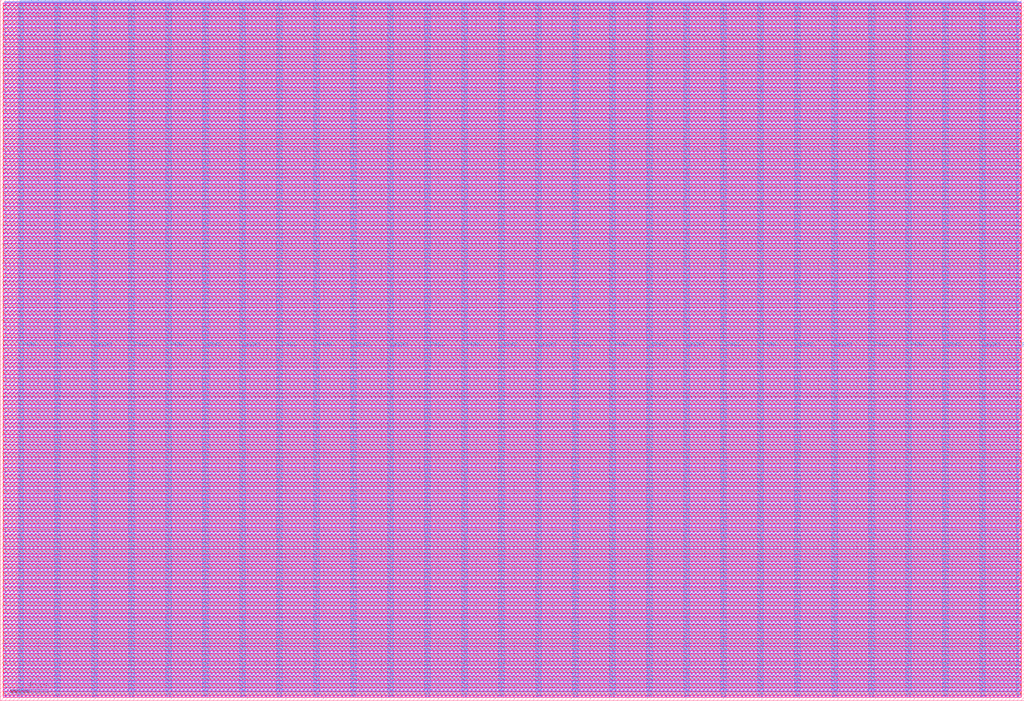
<source format=lef>
VERSION 5.7 ;
  NOWIREEXTENSIONATPIN ON ;
  DIVIDERCHAR "/" ;
  BUSBITCHARS "[]" ;
MACRO tt_um_BLE_RX
  CLASS BLOCK ;
  FOREIGN tt_um_BLE_RX ;
  ORIGIN 0.000 0.000 ;
  SIZE 1075.760 BY 736.960 ;
  PIN VGND
    DIRECTION INOUT ;
    USE GROUND ;
    PORT
      LAYER Metal4 ;
        RECT 22.180 3.620 23.780 733.340 ;
    END
    PORT
      LAYER Metal4 ;
        RECT 61.050 3.620 62.650 733.340 ;
    END
    PORT
      LAYER Metal4 ;
        RECT 99.920 3.620 101.520 733.340 ;
    END
    PORT
      LAYER Metal4 ;
        RECT 138.790 3.620 140.390 733.340 ;
    END
    PORT
      LAYER Metal4 ;
        RECT 177.660 3.620 179.260 733.340 ;
    END
    PORT
      LAYER Metal4 ;
        RECT 216.530 3.620 218.130 733.340 ;
    END
    PORT
      LAYER Metal4 ;
        RECT 255.400 3.620 257.000 733.340 ;
    END
    PORT
      LAYER Metal4 ;
        RECT 294.270 3.620 295.870 733.340 ;
    END
    PORT
      LAYER Metal4 ;
        RECT 333.140 3.620 334.740 733.340 ;
    END
    PORT
      LAYER Metal4 ;
        RECT 372.010 3.620 373.610 733.340 ;
    END
    PORT
      LAYER Metal4 ;
        RECT 410.880 3.620 412.480 733.340 ;
    END
    PORT
      LAYER Metal4 ;
        RECT 449.750 3.620 451.350 733.340 ;
    END
    PORT
      LAYER Metal4 ;
        RECT 488.620 3.620 490.220 733.340 ;
    END
    PORT
      LAYER Metal4 ;
        RECT 527.490 3.620 529.090 733.340 ;
    END
    PORT
      LAYER Metal4 ;
        RECT 566.360 3.620 567.960 733.340 ;
    END
    PORT
      LAYER Metal4 ;
        RECT 605.230 3.620 606.830 733.340 ;
    END
    PORT
      LAYER Metal4 ;
        RECT 644.100 3.620 645.700 733.340 ;
    END
    PORT
      LAYER Metal4 ;
        RECT 682.970 3.620 684.570 733.340 ;
    END
    PORT
      LAYER Metal4 ;
        RECT 721.840 3.620 723.440 733.340 ;
    END
    PORT
      LAYER Metal4 ;
        RECT 760.710 3.620 762.310 733.340 ;
    END
    PORT
      LAYER Metal4 ;
        RECT 799.580 3.620 801.180 733.340 ;
    END
    PORT
      LAYER Metal4 ;
        RECT 838.450 3.620 840.050 733.340 ;
    END
    PORT
      LAYER Metal4 ;
        RECT 877.320 3.620 878.920 733.340 ;
    END
    PORT
      LAYER Metal4 ;
        RECT 916.190 3.620 917.790 733.340 ;
    END
    PORT
      LAYER Metal4 ;
        RECT 955.060 3.620 956.660 733.340 ;
    END
    PORT
      LAYER Metal4 ;
        RECT 993.930 3.620 995.530 733.340 ;
    END
    PORT
      LAYER Metal4 ;
        RECT 1032.800 3.620 1034.400 733.340 ;
    END
  END VGND
  PIN VPWR
    DIRECTION INOUT ;
    USE POWER ;
    PORT
      LAYER Metal4 ;
        RECT 18.880 3.620 20.480 733.340 ;
    END
    PORT
      LAYER Metal4 ;
        RECT 57.750 3.620 59.350 733.340 ;
    END
    PORT
      LAYER Metal4 ;
        RECT 96.620 3.620 98.220 733.340 ;
    END
    PORT
      LAYER Metal4 ;
        RECT 135.490 3.620 137.090 733.340 ;
    END
    PORT
      LAYER Metal4 ;
        RECT 174.360 3.620 175.960 733.340 ;
    END
    PORT
      LAYER Metal4 ;
        RECT 213.230 3.620 214.830 733.340 ;
    END
    PORT
      LAYER Metal4 ;
        RECT 252.100 3.620 253.700 733.340 ;
    END
    PORT
      LAYER Metal4 ;
        RECT 290.970 3.620 292.570 733.340 ;
    END
    PORT
      LAYER Metal4 ;
        RECT 329.840 3.620 331.440 733.340 ;
    END
    PORT
      LAYER Metal4 ;
        RECT 368.710 3.620 370.310 733.340 ;
    END
    PORT
      LAYER Metal4 ;
        RECT 407.580 3.620 409.180 733.340 ;
    END
    PORT
      LAYER Metal4 ;
        RECT 446.450 3.620 448.050 733.340 ;
    END
    PORT
      LAYER Metal4 ;
        RECT 485.320 3.620 486.920 733.340 ;
    END
    PORT
      LAYER Metal4 ;
        RECT 524.190 3.620 525.790 733.340 ;
    END
    PORT
      LAYER Metal4 ;
        RECT 563.060 3.620 564.660 733.340 ;
    END
    PORT
      LAYER Metal4 ;
        RECT 601.930 3.620 603.530 733.340 ;
    END
    PORT
      LAYER Metal4 ;
        RECT 640.800 3.620 642.400 733.340 ;
    END
    PORT
      LAYER Metal4 ;
        RECT 679.670 3.620 681.270 733.340 ;
    END
    PORT
      LAYER Metal4 ;
        RECT 718.540 3.620 720.140 733.340 ;
    END
    PORT
      LAYER Metal4 ;
        RECT 757.410 3.620 759.010 733.340 ;
    END
    PORT
      LAYER Metal4 ;
        RECT 796.280 3.620 797.880 733.340 ;
    END
    PORT
      LAYER Metal4 ;
        RECT 835.150 3.620 836.750 733.340 ;
    END
    PORT
      LAYER Metal4 ;
        RECT 874.020 3.620 875.620 733.340 ;
    END
    PORT
      LAYER Metal4 ;
        RECT 912.890 3.620 914.490 733.340 ;
    END
    PORT
      LAYER Metal4 ;
        RECT 951.760 3.620 953.360 733.340 ;
    END
    PORT
      LAYER Metal4 ;
        RECT 990.630 3.620 992.230 733.340 ;
    END
    PORT
      LAYER Metal4 ;
        RECT 1029.500 3.620 1031.100 733.340 ;
    END
    PORT
      LAYER Metal4 ;
        RECT 1068.370 3.620 1069.970 733.340 ;
    END
  END VPWR
  PIN clk
    DIRECTION INPUT ;
    USE SIGNAL ;
    ANTENNAGATEAREA 4.738000 ;
    PORT
      LAYER Metal4 ;
        RECT 331.090 735.960 331.390 736.960 ;
    END
  END clk
  PIN ena
    DIRECTION INPUT ;
    USE SIGNAL ;
    ANTENNAGATEAREA 0.396000 ;
    PORT
      LAYER Metal4 ;
        RECT 338.370 735.960 338.670 736.960 ;
    END
  END ena
  PIN rst_n
    DIRECTION INPUT ;
    USE SIGNAL ;
    ANTENNAGATEAREA 0.396000 ;
    PORT
      LAYER Metal4 ;
        RECT 323.810 735.960 324.110 736.960 ;
    END
  END rst_n
  PIN ui_in[0]
    DIRECTION INPUT ;
    USE SIGNAL ;
    ANTENNAGATEAREA 0.396000 ;
    PORT
      LAYER Metal4 ;
        RECT 316.530 735.960 316.830 736.960 ;
    END
  END ui_in[0]
  PIN ui_in[1]
    DIRECTION INPUT ;
    USE SIGNAL ;
    ANTENNAGATEAREA 0.396000 ;
    PORT
      LAYER Metal4 ;
        RECT 309.250 735.960 309.550 736.960 ;
    END
  END ui_in[1]
  PIN ui_in[2]
    DIRECTION INPUT ;
    USE SIGNAL ;
    ANTENNAGATEAREA 0.396000 ;
    PORT
      LAYER Metal4 ;
        RECT 301.970 735.960 302.270 736.960 ;
    END
  END ui_in[2]
  PIN ui_in[3]
    DIRECTION INPUT ;
    USE SIGNAL ;
    ANTENNAGATEAREA 0.396000 ;
    PORT
      LAYER Metal4 ;
        RECT 294.690 735.960 294.990 736.960 ;
    END
  END ui_in[3]
  PIN ui_in[4]
    DIRECTION INPUT ;
    USE SIGNAL ;
    ANTENNAGATEAREA 0.396000 ;
    PORT
      LAYER Metal4 ;
        RECT 287.410 735.960 287.710 736.960 ;
    END
  END ui_in[4]
  PIN ui_in[5]
    DIRECTION INPUT ;
    USE SIGNAL ;
    ANTENNAGATEAREA 0.396000 ;
    PORT
      LAYER Metal4 ;
        RECT 280.130 735.960 280.430 736.960 ;
    END
  END ui_in[5]
  PIN ui_in[6]
    DIRECTION INPUT ;
    USE SIGNAL ;
    ANTENNAGATEAREA 0.396000 ;
    PORT
      LAYER Metal4 ;
        RECT 272.850 735.960 273.150 736.960 ;
    END
  END ui_in[6]
  PIN ui_in[7]
    DIRECTION INPUT ;
    USE SIGNAL ;
    ANTENNAGATEAREA 0.396000 ;
    PORT
      LAYER Metal4 ;
        RECT 265.570 735.960 265.870 736.960 ;
    END
  END ui_in[7]
  PIN uio_in[0]
    DIRECTION INPUT ;
    USE SIGNAL ;
    ANTENNAGATEAREA 0.396000 ;
    PORT
      LAYER Metal4 ;
        RECT 258.290 735.960 258.590 736.960 ;
    END
  END uio_in[0]
  PIN uio_in[1]
    DIRECTION INPUT ;
    USE SIGNAL ;
    ANTENNAGATEAREA 0.396000 ;
    PORT
      LAYER Metal4 ;
        RECT 251.010 735.960 251.310 736.960 ;
    END
  END uio_in[1]
  PIN uio_in[2]
    DIRECTION INPUT ;
    USE SIGNAL ;
    ANTENNAGATEAREA 0.396000 ;
    PORT
      LAYER Metal4 ;
        RECT 243.730 735.960 244.030 736.960 ;
    END
  END uio_in[2]
  PIN uio_in[3]
    DIRECTION INPUT ;
    USE SIGNAL ;
    ANTENNAGATEAREA 0.396000 ;
    PORT
      LAYER Metal4 ;
        RECT 236.450 735.960 236.750 736.960 ;
    END
  END uio_in[3]
  PIN uio_in[4]
    DIRECTION INPUT ;
    USE SIGNAL ;
    ANTENNAGATEAREA 0.396000 ;
    PORT
      LAYER Metal4 ;
        RECT 229.170 735.960 229.470 736.960 ;
    END
  END uio_in[4]
  PIN uio_in[5]
    DIRECTION INPUT ;
    USE SIGNAL ;
    ANTENNAGATEAREA 0.396000 ;
    PORT
      LAYER Metal4 ;
        RECT 221.890 735.960 222.190 736.960 ;
    END
  END uio_in[5]
  PIN uio_in[6]
    DIRECTION INPUT ;
    USE SIGNAL ;
    PORT
      LAYER Metal4 ;
        RECT 214.610 735.960 214.910 736.960 ;
    END
  END uio_in[6]
  PIN uio_in[7]
    DIRECTION INPUT ;
    USE SIGNAL ;
    PORT
      LAYER Metal4 ;
        RECT 207.330 735.960 207.630 736.960 ;
    END
  END uio_in[7]
  PIN uio_oe[0]
    DIRECTION OUTPUT ;
    USE SIGNAL ;
    ANTENNADIFFAREA 0.360800 ;
    PORT
      LAYER Metal4 ;
        RECT 83.570 735.960 83.870 736.960 ;
    END
  END uio_oe[0]
  PIN uio_oe[1]
    DIRECTION OUTPUT ;
    USE SIGNAL ;
    ANTENNADIFFAREA 0.360800 ;
    PORT
      LAYER Metal4 ;
        RECT 76.290 735.960 76.590 736.960 ;
    END
  END uio_oe[1]
  PIN uio_oe[2]
    DIRECTION OUTPUT ;
    USE SIGNAL ;
    ANTENNADIFFAREA 0.360800 ;
    PORT
      LAYER Metal4 ;
        RECT 69.010 735.960 69.310 736.960 ;
    END
  END uio_oe[2]
  PIN uio_oe[3]
    DIRECTION OUTPUT ;
    USE SIGNAL ;
    ANTENNADIFFAREA 0.360800 ;
    PORT
      LAYER Metal4 ;
        RECT 61.730 735.960 62.030 736.960 ;
    END
  END uio_oe[3]
  PIN uio_oe[4]
    DIRECTION OUTPUT ;
    USE SIGNAL ;
    ANTENNADIFFAREA 0.360800 ;
    PORT
      LAYER Metal4 ;
        RECT 54.450 735.960 54.750 736.960 ;
    END
  END uio_oe[4]
  PIN uio_oe[5]
    DIRECTION OUTPUT ;
    USE SIGNAL ;
    ANTENNADIFFAREA 0.360800 ;
    PORT
      LAYER Metal4 ;
        RECT 47.170 735.960 47.470 736.960 ;
    END
  END uio_oe[5]
  PIN uio_oe[6]
    DIRECTION OUTPUT ;
    USE SIGNAL ;
    ANTENNADIFFAREA 0.360800 ;
    PORT
      LAYER Metal4 ;
        RECT 39.890 735.960 40.190 736.960 ;
    END
  END uio_oe[6]
  PIN uio_oe[7]
    DIRECTION OUTPUT ;
    USE SIGNAL ;
    ANTENNADIFFAREA 0.360800 ;
    PORT
      LAYER Metal4 ;
        RECT 32.610 735.960 32.910 736.960 ;
    END
  END uio_oe[7]
  PIN uio_out[0]
    DIRECTION OUTPUT ;
    USE SIGNAL ;
    ANTENNADIFFAREA 0.360800 ;
    PORT
      LAYER Metal4 ;
        RECT 141.810 735.960 142.110 736.960 ;
    END
  END uio_out[0]
  PIN uio_out[1]
    DIRECTION OUTPUT ;
    USE SIGNAL ;
    ANTENNADIFFAREA 0.360800 ;
    PORT
      LAYER Metal4 ;
        RECT 134.530 735.960 134.830 736.960 ;
    END
  END uio_out[1]
  PIN uio_out[2]
    DIRECTION OUTPUT ;
    USE SIGNAL ;
    ANTENNADIFFAREA 0.360800 ;
    PORT
      LAYER Metal4 ;
        RECT 127.250 735.960 127.550 736.960 ;
    END
  END uio_out[2]
  PIN uio_out[3]
    DIRECTION OUTPUT ;
    USE SIGNAL ;
    ANTENNADIFFAREA 0.360800 ;
    PORT
      LAYER Metal4 ;
        RECT 119.970 735.960 120.270 736.960 ;
    END
  END uio_out[3]
  PIN uio_out[4]
    DIRECTION OUTPUT ;
    USE SIGNAL ;
    ANTENNADIFFAREA 0.360800 ;
    PORT
      LAYER Metal4 ;
        RECT 112.690 735.960 112.990 736.960 ;
    END
  END uio_out[4]
  PIN uio_out[5]
    DIRECTION OUTPUT ;
    USE SIGNAL ;
    ANTENNADIFFAREA 0.360800 ;
    PORT
      LAYER Metal4 ;
        RECT 105.410 735.960 105.710 736.960 ;
    END
  END uio_out[5]
  PIN uio_out[6]
    DIRECTION OUTPUT ;
    USE SIGNAL ;
    ANTENNADIFFAREA 0.360800 ;
    PORT
      LAYER Metal4 ;
        RECT 98.130 735.960 98.430 736.960 ;
    END
  END uio_out[6]
  PIN uio_out[7]
    DIRECTION OUTPUT ;
    USE SIGNAL ;
    ANTENNADIFFAREA 0.360800 ;
    PORT
      LAYER Metal4 ;
        RECT 90.850 735.960 91.150 736.960 ;
    END
  END uio_out[7]
  PIN uo_out[0]
    DIRECTION OUTPUT ;
    USE SIGNAL ;
    ANTENNADIFFAREA 1.055600 ;
    PORT
      LAYER Metal4 ;
        RECT 200.050 735.960 200.350 736.960 ;
    END
  END uo_out[0]
  PIN uo_out[1]
    DIRECTION OUTPUT ;
    USE SIGNAL ;
    ANTENNADIFFAREA 1.055600 ;
    PORT
      LAYER Metal4 ;
        RECT 192.770 735.960 193.070 736.960 ;
    END
  END uo_out[1]
  PIN uo_out[2]
    DIRECTION OUTPUT ;
    USE SIGNAL ;
    ANTENNADIFFAREA 1.055600 ;
    PORT
      LAYER Metal4 ;
        RECT 185.490 735.960 185.790 736.960 ;
    END
  END uo_out[2]
  PIN uo_out[3]
    DIRECTION OUTPUT ;
    USE SIGNAL ;
    ANTENNADIFFAREA 0.360800 ;
    PORT
      LAYER Metal4 ;
        RECT 178.210 735.960 178.510 736.960 ;
    END
  END uo_out[3]
  PIN uo_out[4]
    DIRECTION OUTPUT ;
    USE SIGNAL ;
    ANTENNADIFFAREA 0.360800 ;
    PORT
      LAYER Metal4 ;
        RECT 170.930 735.960 171.230 736.960 ;
    END
  END uo_out[4]
  PIN uo_out[5]
    DIRECTION OUTPUT ;
    USE SIGNAL ;
    ANTENNADIFFAREA 0.360800 ;
    PORT
      LAYER Metal4 ;
        RECT 163.650 735.960 163.950 736.960 ;
    END
  END uo_out[5]
  PIN uo_out[6]
    DIRECTION OUTPUT ;
    USE SIGNAL ;
    ANTENNADIFFAREA 0.360800 ;
    PORT
      LAYER Metal4 ;
        RECT 156.370 735.960 156.670 736.960 ;
    END
  END uo_out[6]
  PIN uo_out[7]
    DIRECTION OUTPUT ;
    USE SIGNAL ;
    ANTENNADIFFAREA 0.360800 ;
    PORT
      LAYER Metal4 ;
        RECT 149.090 735.960 149.390 736.960 ;
    END
  END uo_out[7]
  OBS
      LAYER Pwell ;
        RECT 2.930 731.280 1072.830 733.470 ;
      LAYER Nwell ;
        RECT 2.930 726.960 1072.830 731.280 ;
      LAYER Pwell ;
        RECT 2.930 723.440 1072.830 726.960 ;
      LAYER Nwell ;
        RECT 2.930 719.120 1072.830 723.440 ;
      LAYER Pwell ;
        RECT 2.930 715.600 1072.830 719.120 ;
      LAYER Nwell ;
        RECT 2.930 711.280 1072.830 715.600 ;
      LAYER Pwell ;
        RECT 2.930 707.760 1072.830 711.280 ;
      LAYER Nwell ;
        RECT 2.930 703.440 1072.830 707.760 ;
      LAYER Pwell ;
        RECT 2.930 699.920 1072.830 703.440 ;
      LAYER Nwell ;
        RECT 2.930 695.600 1072.830 699.920 ;
      LAYER Pwell ;
        RECT 2.930 692.080 1072.830 695.600 ;
      LAYER Nwell ;
        RECT 2.930 687.760 1072.830 692.080 ;
      LAYER Pwell ;
        RECT 2.930 684.240 1072.830 687.760 ;
      LAYER Nwell ;
        RECT 2.930 679.920 1072.830 684.240 ;
      LAYER Pwell ;
        RECT 2.930 676.400 1072.830 679.920 ;
      LAYER Nwell ;
        RECT 2.930 672.080 1072.830 676.400 ;
      LAYER Pwell ;
        RECT 2.930 668.560 1072.830 672.080 ;
      LAYER Nwell ;
        RECT 2.930 664.240 1072.830 668.560 ;
      LAYER Pwell ;
        RECT 2.930 660.720 1072.830 664.240 ;
      LAYER Nwell ;
        RECT 2.930 656.400 1072.830 660.720 ;
      LAYER Pwell ;
        RECT 2.930 652.880 1072.830 656.400 ;
      LAYER Nwell ;
        RECT 2.930 648.560 1072.830 652.880 ;
      LAYER Pwell ;
        RECT 2.930 645.040 1072.830 648.560 ;
      LAYER Nwell ;
        RECT 2.930 640.720 1072.830 645.040 ;
      LAYER Pwell ;
        RECT 2.930 637.200 1072.830 640.720 ;
      LAYER Nwell ;
        RECT 2.930 632.880 1072.830 637.200 ;
      LAYER Pwell ;
        RECT 2.930 629.360 1072.830 632.880 ;
      LAYER Nwell ;
        RECT 2.930 625.040 1072.830 629.360 ;
      LAYER Pwell ;
        RECT 2.930 621.520 1072.830 625.040 ;
      LAYER Nwell ;
        RECT 2.930 617.200 1072.830 621.520 ;
      LAYER Pwell ;
        RECT 2.930 613.680 1072.830 617.200 ;
      LAYER Nwell ;
        RECT 2.930 609.360 1072.830 613.680 ;
      LAYER Pwell ;
        RECT 2.930 605.840 1072.830 609.360 ;
      LAYER Nwell ;
        RECT 2.930 601.520 1072.830 605.840 ;
      LAYER Pwell ;
        RECT 2.930 598.000 1072.830 601.520 ;
      LAYER Nwell ;
        RECT 2.930 593.680 1072.830 598.000 ;
      LAYER Pwell ;
        RECT 2.930 590.160 1072.830 593.680 ;
      LAYER Nwell ;
        RECT 2.930 585.840 1072.830 590.160 ;
      LAYER Pwell ;
        RECT 2.930 582.320 1072.830 585.840 ;
      LAYER Nwell ;
        RECT 2.930 578.000 1072.830 582.320 ;
      LAYER Pwell ;
        RECT 2.930 574.480 1072.830 578.000 ;
      LAYER Nwell ;
        RECT 2.930 570.160 1072.830 574.480 ;
      LAYER Pwell ;
        RECT 2.930 566.640 1072.830 570.160 ;
      LAYER Nwell ;
        RECT 2.930 562.320 1072.830 566.640 ;
      LAYER Pwell ;
        RECT 2.930 558.800 1072.830 562.320 ;
      LAYER Nwell ;
        RECT 2.930 554.480 1072.830 558.800 ;
      LAYER Pwell ;
        RECT 2.930 550.960 1072.830 554.480 ;
      LAYER Nwell ;
        RECT 2.930 546.640 1072.830 550.960 ;
      LAYER Pwell ;
        RECT 2.930 543.120 1072.830 546.640 ;
      LAYER Nwell ;
        RECT 2.930 538.800 1072.830 543.120 ;
      LAYER Pwell ;
        RECT 2.930 535.280 1072.830 538.800 ;
      LAYER Nwell ;
        RECT 2.930 530.960 1072.830 535.280 ;
      LAYER Pwell ;
        RECT 2.930 527.440 1072.830 530.960 ;
      LAYER Nwell ;
        RECT 2.930 523.120 1072.830 527.440 ;
      LAYER Pwell ;
        RECT 2.930 519.600 1072.830 523.120 ;
      LAYER Nwell ;
        RECT 2.930 515.280 1072.830 519.600 ;
      LAYER Pwell ;
        RECT 2.930 511.760 1072.830 515.280 ;
      LAYER Nwell ;
        RECT 2.930 507.440 1072.830 511.760 ;
      LAYER Pwell ;
        RECT 2.930 503.920 1072.830 507.440 ;
      LAYER Nwell ;
        RECT 2.930 499.600 1072.830 503.920 ;
      LAYER Pwell ;
        RECT 2.930 496.080 1072.830 499.600 ;
      LAYER Nwell ;
        RECT 2.930 491.760 1072.830 496.080 ;
      LAYER Pwell ;
        RECT 2.930 488.240 1072.830 491.760 ;
      LAYER Nwell ;
        RECT 2.930 483.920 1072.830 488.240 ;
      LAYER Pwell ;
        RECT 2.930 480.400 1072.830 483.920 ;
      LAYER Nwell ;
        RECT 2.930 476.080 1072.830 480.400 ;
      LAYER Pwell ;
        RECT 2.930 472.560 1072.830 476.080 ;
      LAYER Nwell ;
        RECT 2.930 468.240 1072.830 472.560 ;
      LAYER Pwell ;
        RECT 2.930 464.720 1072.830 468.240 ;
      LAYER Nwell ;
        RECT 2.930 460.400 1072.830 464.720 ;
      LAYER Pwell ;
        RECT 2.930 456.880 1072.830 460.400 ;
      LAYER Nwell ;
        RECT 2.930 452.560 1072.830 456.880 ;
      LAYER Pwell ;
        RECT 2.930 449.040 1072.830 452.560 ;
      LAYER Nwell ;
        RECT 2.930 444.720 1072.830 449.040 ;
      LAYER Pwell ;
        RECT 2.930 441.200 1072.830 444.720 ;
      LAYER Nwell ;
        RECT 2.930 436.880 1072.830 441.200 ;
      LAYER Pwell ;
        RECT 2.930 433.360 1072.830 436.880 ;
      LAYER Nwell ;
        RECT 2.930 429.040 1072.830 433.360 ;
      LAYER Pwell ;
        RECT 2.930 425.520 1072.830 429.040 ;
      LAYER Nwell ;
        RECT 2.930 421.200 1072.830 425.520 ;
      LAYER Pwell ;
        RECT 2.930 417.680 1072.830 421.200 ;
      LAYER Nwell ;
        RECT 2.930 413.360 1072.830 417.680 ;
      LAYER Pwell ;
        RECT 2.930 409.840 1072.830 413.360 ;
      LAYER Nwell ;
        RECT 2.930 405.520 1072.830 409.840 ;
      LAYER Pwell ;
        RECT 2.930 402.000 1072.830 405.520 ;
      LAYER Nwell ;
        RECT 2.930 397.680 1072.830 402.000 ;
      LAYER Pwell ;
        RECT 2.930 394.160 1072.830 397.680 ;
      LAYER Nwell ;
        RECT 2.930 389.840 1072.830 394.160 ;
      LAYER Pwell ;
        RECT 2.930 386.320 1072.830 389.840 ;
      LAYER Nwell ;
        RECT 2.930 382.000 1072.830 386.320 ;
      LAYER Pwell ;
        RECT 2.930 378.480 1072.830 382.000 ;
      LAYER Nwell ;
        RECT 2.930 374.160 1072.830 378.480 ;
      LAYER Pwell ;
        RECT 2.930 370.640 1072.830 374.160 ;
      LAYER Nwell ;
        RECT 2.930 366.320 1072.830 370.640 ;
      LAYER Pwell ;
        RECT 2.930 362.800 1072.830 366.320 ;
      LAYER Nwell ;
        RECT 2.930 358.480 1072.830 362.800 ;
      LAYER Pwell ;
        RECT 2.930 354.960 1072.830 358.480 ;
      LAYER Nwell ;
        RECT 2.930 350.640 1072.830 354.960 ;
      LAYER Pwell ;
        RECT 2.930 347.120 1072.830 350.640 ;
      LAYER Nwell ;
        RECT 2.930 342.800 1072.830 347.120 ;
      LAYER Pwell ;
        RECT 2.930 339.280 1072.830 342.800 ;
      LAYER Nwell ;
        RECT 2.930 334.960 1072.830 339.280 ;
      LAYER Pwell ;
        RECT 2.930 331.440 1072.830 334.960 ;
      LAYER Nwell ;
        RECT 2.930 327.120 1072.830 331.440 ;
      LAYER Pwell ;
        RECT 2.930 323.600 1072.830 327.120 ;
      LAYER Nwell ;
        RECT 2.930 319.280 1072.830 323.600 ;
      LAYER Pwell ;
        RECT 2.930 315.760 1072.830 319.280 ;
      LAYER Nwell ;
        RECT 2.930 311.440 1072.830 315.760 ;
      LAYER Pwell ;
        RECT 2.930 307.920 1072.830 311.440 ;
      LAYER Nwell ;
        RECT 2.930 303.600 1072.830 307.920 ;
      LAYER Pwell ;
        RECT 2.930 300.080 1072.830 303.600 ;
      LAYER Nwell ;
        RECT 2.930 295.760 1072.830 300.080 ;
      LAYER Pwell ;
        RECT 2.930 292.240 1072.830 295.760 ;
      LAYER Nwell ;
        RECT 2.930 287.920 1072.830 292.240 ;
      LAYER Pwell ;
        RECT 2.930 284.400 1072.830 287.920 ;
      LAYER Nwell ;
        RECT 2.930 280.080 1072.830 284.400 ;
      LAYER Pwell ;
        RECT 2.930 276.560 1072.830 280.080 ;
      LAYER Nwell ;
        RECT 2.930 272.240 1072.830 276.560 ;
      LAYER Pwell ;
        RECT 2.930 268.720 1072.830 272.240 ;
      LAYER Nwell ;
        RECT 2.930 264.400 1072.830 268.720 ;
      LAYER Pwell ;
        RECT 2.930 260.880 1072.830 264.400 ;
      LAYER Nwell ;
        RECT 2.930 256.560 1072.830 260.880 ;
      LAYER Pwell ;
        RECT 2.930 253.040 1072.830 256.560 ;
      LAYER Nwell ;
        RECT 2.930 248.720 1072.830 253.040 ;
      LAYER Pwell ;
        RECT 2.930 245.200 1072.830 248.720 ;
      LAYER Nwell ;
        RECT 2.930 240.880 1072.830 245.200 ;
      LAYER Pwell ;
        RECT 2.930 237.360 1072.830 240.880 ;
      LAYER Nwell ;
        RECT 2.930 233.040 1072.830 237.360 ;
      LAYER Pwell ;
        RECT 2.930 229.520 1072.830 233.040 ;
      LAYER Nwell ;
        RECT 2.930 225.200 1072.830 229.520 ;
      LAYER Pwell ;
        RECT 2.930 221.680 1072.830 225.200 ;
      LAYER Nwell ;
        RECT 2.930 217.360 1072.830 221.680 ;
      LAYER Pwell ;
        RECT 2.930 213.840 1072.830 217.360 ;
      LAYER Nwell ;
        RECT 2.930 209.520 1072.830 213.840 ;
      LAYER Pwell ;
        RECT 2.930 206.000 1072.830 209.520 ;
      LAYER Nwell ;
        RECT 2.930 201.680 1072.830 206.000 ;
      LAYER Pwell ;
        RECT 2.930 198.160 1072.830 201.680 ;
      LAYER Nwell ;
        RECT 2.930 193.840 1072.830 198.160 ;
      LAYER Pwell ;
        RECT 2.930 190.320 1072.830 193.840 ;
      LAYER Nwell ;
        RECT 2.930 186.000 1072.830 190.320 ;
      LAYER Pwell ;
        RECT 2.930 182.480 1072.830 186.000 ;
      LAYER Nwell ;
        RECT 2.930 178.160 1072.830 182.480 ;
      LAYER Pwell ;
        RECT 2.930 174.640 1072.830 178.160 ;
      LAYER Nwell ;
        RECT 2.930 170.320 1072.830 174.640 ;
      LAYER Pwell ;
        RECT 2.930 166.800 1072.830 170.320 ;
      LAYER Nwell ;
        RECT 2.930 162.480 1072.830 166.800 ;
      LAYER Pwell ;
        RECT 2.930 158.960 1072.830 162.480 ;
      LAYER Nwell ;
        RECT 2.930 154.640 1072.830 158.960 ;
      LAYER Pwell ;
        RECT 2.930 151.120 1072.830 154.640 ;
      LAYER Nwell ;
        RECT 2.930 146.800 1072.830 151.120 ;
      LAYER Pwell ;
        RECT 2.930 143.280 1072.830 146.800 ;
      LAYER Nwell ;
        RECT 2.930 138.960 1072.830 143.280 ;
      LAYER Pwell ;
        RECT 2.930 135.440 1072.830 138.960 ;
      LAYER Nwell ;
        RECT 2.930 131.120 1072.830 135.440 ;
      LAYER Pwell ;
        RECT 2.930 127.600 1072.830 131.120 ;
      LAYER Nwell ;
        RECT 2.930 123.280 1072.830 127.600 ;
      LAYER Pwell ;
        RECT 2.930 119.760 1072.830 123.280 ;
      LAYER Nwell ;
        RECT 2.930 115.440 1072.830 119.760 ;
      LAYER Pwell ;
        RECT 2.930 111.920 1072.830 115.440 ;
      LAYER Nwell ;
        RECT 2.930 107.600 1072.830 111.920 ;
      LAYER Pwell ;
        RECT 2.930 104.080 1072.830 107.600 ;
      LAYER Nwell ;
        RECT 2.930 99.760 1072.830 104.080 ;
      LAYER Pwell ;
        RECT 2.930 96.240 1072.830 99.760 ;
      LAYER Nwell ;
        RECT 2.930 91.920 1072.830 96.240 ;
      LAYER Pwell ;
        RECT 2.930 88.400 1072.830 91.920 ;
      LAYER Nwell ;
        RECT 2.930 84.080 1072.830 88.400 ;
      LAYER Pwell ;
        RECT 2.930 80.560 1072.830 84.080 ;
      LAYER Nwell ;
        RECT 2.930 76.240 1072.830 80.560 ;
      LAYER Pwell ;
        RECT 2.930 72.720 1072.830 76.240 ;
      LAYER Nwell ;
        RECT 2.930 68.400 1072.830 72.720 ;
      LAYER Pwell ;
        RECT 2.930 64.880 1072.830 68.400 ;
      LAYER Nwell ;
        RECT 2.930 60.560 1072.830 64.880 ;
      LAYER Pwell ;
        RECT 2.930 57.040 1072.830 60.560 ;
      LAYER Nwell ;
        RECT 2.930 52.720 1072.830 57.040 ;
      LAYER Pwell ;
        RECT 2.930 49.200 1072.830 52.720 ;
      LAYER Nwell ;
        RECT 2.930 44.880 1072.830 49.200 ;
      LAYER Pwell ;
        RECT 2.930 41.360 1072.830 44.880 ;
      LAYER Nwell ;
        RECT 2.930 37.040 1072.830 41.360 ;
      LAYER Pwell ;
        RECT 2.930 33.520 1072.830 37.040 ;
      LAYER Nwell ;
        RECT 2.930 29.200 1072.830 33.520 ;
      LAYER Pwell ;
        RECT 2.930 25.680 1072.830 29.200 ;
      LAYER Nwell ;
        RECT 2.930 21.360 1072.830 25.680 ;
      LAYER Pwell ;
        RECT 2.930 17.840 1072.830 21.360 ;
      LAYER Nwell ;
        RECT 2.930 13.520 1072.830 17.840 ;
      LAYER Pwell ;
        RECT 2.930 10.000 1072.830 13.520 ;
      LAYER Nwell ;
        RECT 2.930 5.680 1072.830 10.000 ;
      LAYER Pwell ;
        RECT 2.930 3.490 1072.830 5.680 ;
      LAYER Metal1 ;
        RECT 3.360 3.620 1072.400 733.340 ;
      LAYER Metal2 ;
        RECT 4.620 3.730 1072.820 734.630 ;
      LAYER Metal3 ;
        RECT 4.570 3.780 1072.870 734.580 ;
      LAYER Metal4 ;
        RECT 20.860 735.660 32.310 735.960 ;
        RECT 33.210 735.660 39.590 735.960 ;
        RECT 40.490 735.660 46.870 735.960 ;
        RECT 47.770 735.660 54.150 735.960 ;
        RECT 55.050 735.660 61.430 735.960 ;
        RECT 62.330 735.660 68.710 735.960 ;
        RECT 69.610 735.660 75.990 735.960 ;
        RECT 76.890 735.660 83.270 735.960 ;
        RECT 84.170 735.660 90.550 735.960 ;
        RECT 91.450 735.660 97.830 735.960 ;
        RECT 98.730 735.660 105.110 735.960 ;
        RECT 106.010 735.660 112.390 735.960 ;
        RECT 113.290 735.660 119.670 735.960 ;
        RECT 120.570 735.660 126.950 735.960 ;
        RECT 127.850 735.660 134.230 735.960 ;
        RECT 135.130 735.660 141.510 735.960 ;
        RECT 142.410 735.660 148.790 735.960 ;
        RECT 149.690 735.660 156.070 735.960 ;
        RECT 156.970 735.660 163.350 735.960 ;
        RECT 164.250 735.660 170.630 735.960 ;
        RECT 171.530 735.660 177.910 735.960 ;
        RECT 178.810 735.660 185.190 735.960 ;
        RECT 186.090 735.660 192.470 735.960 ;
        RECT 193.370 735.660 199.750 735.960 ;
        RECT 200.650 735.660 207.030 735.960 ;
        RECT 207.930 735.660 214.310 735.960 ;
        RECT 215.210 735.660 221.590 735.960 ;
        RECT 222.490 735.660 228.870 735.960 ;
        RECT 229.770 735.660 236.150 735.960 ;
        RECT 237.050 735.660 243.430 735.960 ;
        RECT 244.330 735.660 250.710 735.960 ;
        RECT 251.610 735.660 257.990 735.960 ;
        RECT 258.890 735.660 265.270 735.960 ;
        RECT 266.170 735.660 272.550 735.960 ;
        RECT 273.450 735.660 279.830 735.960 ;
        RECT 280.730 735.660 287.110 735.960 ;
        RECT 288.010 735.660 294.390 735.960 ;
        RECT 295.290 735.660 301.670 735.960 ;
        RECT 302.570 735.660 308.950 735.960 ;
        RECT 309.850 735.660 316.230 735.960 ;
        RECT 317.130 735.660 323.510 735.960 ;
        RECT 324.410 735.660 330.790 735.960 ;
        RECT 331.690 735.660 338.070 735.960 ;
        RECT 338.970 735.660 1067.780 735.960 ;
        RECT 20.860 733.640 1067.780 735.660 ;
        RECT 20.860 9.610 21.880 733.640 ;
        RECT 24.080 9.610 57.450 733.640 ;
        RECT 59.650 9.610 60.750 733.640 ;
        RECT 62.950 9.610 96.320 733.640 ;
        RECT 98.520 9.610 99.620 733.640 ;
        RECT 101.820 9.610 135.190 733.640 ;
        RECT 137.390 9.610 138.490 733.640 ;
        RECT 140.690 9.610 174.060 733.640 ;
        RECT 176.260 9.610 177.360 733.640 ;
        RECT 179.560 9.610 212.930 733.640 ;
        RECT 215.130 9.610 216.230 733.640 ;
        RECT 218.430 9.610 251.800 733.640 ;
        RECT 254.000 9.610 255.100 733.640 ;
        RECT 257.300 9.610 290.670 733.640 ;
        RECT 292.870 9.610 293.970 733.640 ;
        RECT 296.170 9.610 329.540 733.640 ;
        RECT 331.740 9.610 332.840 733.640 ;
        RECT 335.040 9.610 368.410 733.640 ;
        RECT 370.610 9.610 371.710 733.640 ;
        RECT 373.910 9.610 407.280 733.640 ;
        RECT 409.480 9.610 410.580 733.640 ;
        RECT 412.780 9.610 446.150 733.640 ;
        RECT 448.350 9.610 449.450 733.640 ;
        RECT 451.650 9.610 485.020 733.640 ;
        RECT 487.220 9.610 488.320 733.640 ;
        RECT 490.520 9.610 523.890 733.640 ;
        RECT 526.090 9.610 527.190 733.640 ;
        RECT 529.390 9.610 562.760 733.640 ;
        RECT 564.960 9.610 566.060 733.640 ;
        RECT 568.260 9.610 601.630 733.640 ;
        RECT 603.830 9.610 604.930 733.640 ;
        RECT 607.130 9.610 640.500 733.640 ;
        RECT 642.700 9.610 643.800 733.640 ;
        RECT 646.000 9.610 679.370 733.640 ;
        RECT 681.570 9.610 682.670 733.640 ;
        RECT 684.870 9.610 718.240 733.640 ;
        RECT 720.440 9.610 721.540 733.640 ;
        RECT 723.740 9.610 757.110 733.640 ;
        RECT 759.310 9.610 760.410 733.640 ;
        RECT 762.610 9.610 795.980 733.640 ;
        RECT 798.180 9.610 799.280 733.640 ;
        RECT 801.480 9.610 834.850 733.640 ;
        RECT 837.050 9.610 838.150 733.640 ;
        RECT 840.350 9.610 873.720 733.640 ;
        RECT 875.920 9.610 877.020 733.640 ;
        RECT 879.220 9.610 912.590 733.640 ;
        RECT 914.790 9.610 915.890 733.640 ;
        RECT 918.090 9.610 951.460 733.640 ;
        RECT 953.660 9.610 954.760 733.640 ;
        RECT 956.960 9.610 990.330 733.640 ;
        RECT 992.530 9.610 993.630 733.640 ;
        RECT 995.830 9.610 1029.200 733.640 ;
        RECT 1031.400 9.610 1032.500 733.640 ;
        RECT 1034.700 9.610 1067.780 733.640 ;
  END
END tt_um_BLE_RX
END LIBRARY


</source>
